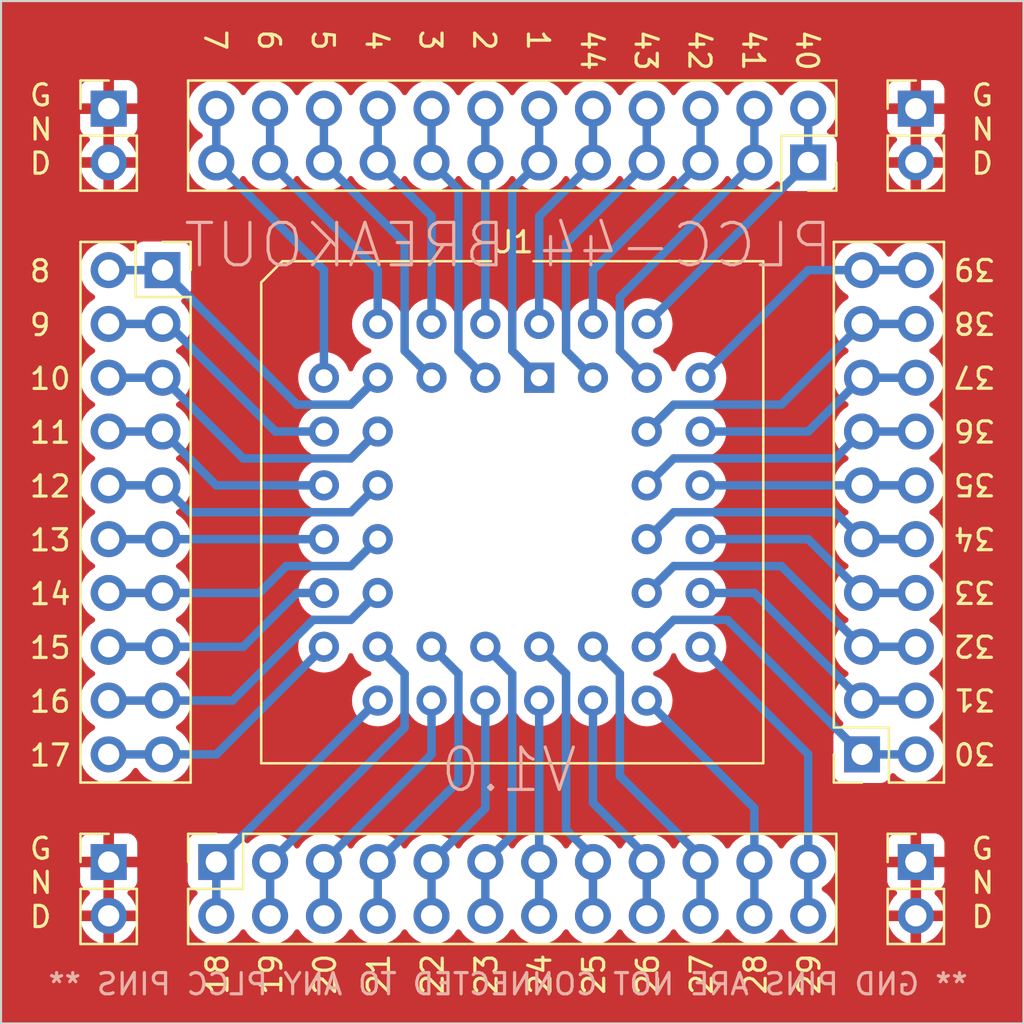
<source format=kicad_pcb>
(kicad_pcb (version 20221018) (generator pcbnew)
  (layers (0 "F.Cu" signal) (31 "B.Cu" signal) (34 "B.Paste" user) (35 "F.Paste" user) (36 "B.SilkS" user "B.Silkscreen") (37 "F.SilkS" user "F.Silkscreen") (38 "B.Mask" user) (39 "F.Mask" user) (44 "Edge.Cuts" user))
  (net 0 "")
  (net 1 "/1")
  (net 2 "/2")
  (net 3 "/3")
  (net 4 "/4")
  (net 5 "/5")
  (net 6 "/6")
  (net 7 "/7")
  (net 8 "/8")
  (net 9 "/9")
  (net 10 "/10")
  (net 11 "/11")
  (net 12 "/12")
  (net 13 "/13")
  (net 14 "/14")
  (net 15 "/15")
  (net 16 "/16")
  (net 17 "/17")
  (net 18 "/18")
  (net 19 "/19")
  (net 20 "/20")
  (net 21 "/21")
  (net 22 "/22")
  (net 23 "/23")
  (net 24 "/24")
  (net 25 "/25")
  (net 26 "/26")
  (net 27 "/27")
  (net 28 "/28")
  (net 29 "/29")
  (net 30 "/30")
  (net 31 "/31")
  (net 32 "/32")
  (net 33 "/33")
  (net 34 "/34")
  (net 35 "/35")
  (net 36 "/36")
  (net 37 "/37")
  (net 38 "/38")
  (net 39 "/39")
  (net 40 "/40")
  (net 41 "/41")
  (net 42 "/42")
  (net 43 "/43")
  (net 44 "/44")
  (net 45 "GND")
  (footprint "Connector_PinHeader_2.54mm:PinHeader_1x02_P2.54mm_Vertical" (layer "F.Cu") (at 116.84 104.14)
    (fp_text reference "J6" hide)
    (fp_text value "Conn_01x02" hide)
    (fp_line (start -1.33 -1.33) (end 0 -1.33) (stroke (width 0.12)) (layer "F.SilkS"))
    (fp_line (start -1.33 0) (end -1.33 -1.33) (stroke (width 0.12)) (layer "F.SilkS"))
    (fp_line (start -1.33 1.27) (end -1.33 3.87) (stroke (width 0.12)) (layer "F.SilkS"))
    (fp_line (start -1.33 1.27) (end 1.33 1.27) (stroke (width 0.12)) (layer "F.SilkS"))
    (fp_line (start -1.33 3.87) (end 1.33 3.87) (stroke (width 0.12)) (layer "F.SilkS"))
    (fp_line (start 1.33 1.27) (end 1.33 3.87) (stroke (width 0.12)) (layer "F.SilkS"))
    (pad "1" thru_hole rect (at 0 0) (size 1.7 1.7) (drill 1) (layers "*.Cu" "*.Mask") (net 45 "GND"))
    (pad "2" thru_hole oval (at 0 2.54) (size 1.7 1.7) (drill 1) (layers "*.Cu" "*.Mask") (net 45 "GND"))
  )
  (footprint "Connector_PinHeader_2.54mm:PinHeader_1x02_P2.54mm_Vertical" (layer "F.Cu") (at 116.84 68.58)
    (fp_text reference "J5" hide)
    (fp_text value "Conn_01x02" hide)
    (fp_line (start -1.33 -1.33) (end 0 -1.33) (stroke (width 0.12)) (layer "F.SilkS"))
    (fp_line (start -1.33 0) (end -1.33 -1.33) (stroke (width 0.12)) (layer "F.SilkS"))
    (fp_line (start -1.33 1.27) (end -1.33 3.87) (stroke (width 0.12)) (layer "F.SilkS"))
    (fp_line (start -1.33 1.27) (end 1.33 1.27) (stroke (width 0.12)) (layer "F.SilkS"))
    (fp_line (start -1.33 3.87) (end 1.33 3.87) (stroke (width 0.12)) (layer "F.SilkS"))
    (fp_line (start 1.33 1.27) (end 1.33 3.87) (stroke (width 0.12)) (layer "F.SilkS"))
    (pad "1" thru_hole rect (at 0 0) (size 1.7 1.7) (drill 1) (layers "*.Cu" "*.Mask") (net 45 "GND"))
    (pad "2" thru_hole oval (at 0 2.54) (size 1.7 1.7) (drill 1) (layers "*.Cu" "*.Mask") (net 45 "GND"))
  )
  (footprint "Connector_PinSocket_2.54mm:PinSocket_2x12_P2.54mm_Vertical" (layer "F.Cu") (at 149.86 71.12 -90)
    (fp_text reference "J1" hide)
    (fp_text value "Conn_02x12_Odd_Even" hide)
    (fp_line (start -3.87 -1.33) (end -3.87 29.27) (stroke (width 0.12)) (layer "F.SilkS"))
    (fp_line (start -3.87 -1.33) (end -1.27 -1.33) (stroke (width 0.12)) (layer "F.SilkS"))
    (fp_line (start -3.87 29.27) (end 1.33 29.27) (stroke (width 0.12)) (layer "F.SilkS"))
    (fp_line (start -1.27 -1.33) (end -1.27 1.27) (stroke (width 0.12)) (layer "F.SilkS"))
    (fp_line (start -1.27 1.27) (end 1.33 1.27) (stroke (width 0.12)) (layer "F.SilkS"))
    (fp_line (start 0 -1.33) (end 1.33 -1.33) (stroke (width 0.12)) (layer "F.SilkS"))
    (fp_line (start 1.33 -1.33) (end 1.33 0) (stroke (width 0.12)) (layer "F.SilkS"))
    (fp_line (start 1.33 1.27) (end 1.33 29.27) (stroke (width 0.12)) (layer "F.SilkS"))
    (pad "1" thru_hole rect (at 0 0 270) (size 1.7 1.7) (drill 1) (layers "*.Cu" "*.Mask") (net 40 "/40"))
    (pad "2" thru_hole oval (at -2.54 0 270) (size 1.7 1.7) (drill 1) (layers "*.Cu" "*.Mask") (net 40 "/40"))
    (pad "3" thru_hole oval (at 0 2.54 270) (size 1.7 1.7) (drill 1) (layers "*.Cu" "*.Mask") (net 41 "/41"))
    (pad "4" thru_hole oval (at -2.54 2.54 270) (size 1.7 1.7) (drill 1) (layers "*.Cu" "*.Mask") (net 41 "/41"))
    (pad "5" thru_hole oval (at 0 5.08 270) (size 1.7 1.7) (drill 1) (layers "*.Cu" "*.Mask") (net 42 "/42"))
    (pad "6" thru_hole oval (at -2.54 5.08 270) (size 1.7 1.7) (drill 1) (layers "*.Cu" "*.Mask") (net 42 "/42"))
    (pad "7" thru_hole oval (at 0 7.62 270) (size 1.7 1.7) (drill 1) (layers "*.Cu" "*.Mask") (net 43 "/43"))
    (pad "8" thru_hole oval (at -2.54 7.62 270) (size 1.7 1.7) (drill 1) (layers "*.Cu" "*.Mask") (net 43 "/43"))
    (pad "9" thru_hole oval (at 0 10.16 270) (size 1.7 1.7) (drill 1) (layers "*.Cu" "*.Mask") (net 44 "/44"))
    (pad "10" thru_hole oval (at -2.54 10.16 270) (size 1.7 1.7) (drill 1) (layers "*.Cu" "*.Mask") (net 44 "/44"))
    (pad "11" thru_hole oval (at 0 12.7 270) (size 1.7 1.7) (drill 1) (layers "*.Cu" "*.Mask") (net 1 "/1"))
    (pad "12" thru_hole oval (at -2.54 12.7 270) (size 1.7 1.7) (drill 1) (layers "*.Cu" "*.Mask") (net 1 "/1"))
    (pad "13" thru_hole oval (at 0 15.24 270) (size 1.7 1.7) (drill 1) (layers "*.Cu" "*.Mask") (net 2 "/2"))
    (pad "14" thru_hole oval (at -2.54 15.24 270) (size 1.7 1.7) (drill 1) (layers "*.Cu" "*.Mask") (net 2 "/2"))
    (pad "15" thru_hole oval (at 0 17.78 270) (size 1.7 1.7) (drill 1) (layers "*.Cu" "*.Mask") (net 3 "/3"))
    (pad "16" thru_hole oval (at -2.54 17.78 270) (size 1.7 1.7) (drill 1) (layers "*.Cu" "*.Mask") (net 3 "/3"))
    (pad "17" thru_hole oval (at 0 20.32 270) (size 1.7 1.7) (drill 1) (layers "*.Cu" "*.Mask") (net 4 "/4"))
    (pad "18" thru_hole oval (at -2.54 20.32 270) (size 1.7 1.7) (drill 1) (layers "*.Cu" "*.Mask") (net 4 "/4"))
    (pad "19" thru_hole oval (at 0 22.86 270) (size 1.7 1.7) (drill 1) (layers "*.Cu" "*.Mask") (net 5 "/5"))
    (pad "20" thru_hole oval (at -2.54 22.86 270) (size 1.7 1.7) (drill 1) (layers "*.Cu" "*.Mask") (net 5 "/5"))
    (pad "21" thru_hole oval (at 0 25.4 270) (size 1.7 1.7) (drill 1) (layers "*.Cu" "*.Mask") (net 6 "/6"))
    (pad "22" thru_hole oval (at -2.54 25.4 270) (size 1.7 1.7) (drill 1) (layers "*.Cu" "*.Mask") (net 6 "/6"))
    (pad "23" thru_hole oval (at 0 27.94 270) (size 1.7 1.7) (drill 1) (layers "*.Cu" "*.Mask") (net 7 "/7"))
    (pad "24" thru_hole oval (at -2.54 27.94 270) (size 1.7 1.7) (drill 1) (layers "*.Cu" "*.Mask") (net 7 "/7"))
  )
  (footprint "Connector_PinSocket_2.54mm:PinSocket_2x12_P2.54mm_Vertical" (layer "F.Cu") (at 121.92 104.14 90)
    (fp_text reference "J3" hide)
    (fp_text value "Conn_02x12_Odd_Even" hide)
    (fp_line (start -3.87 -1.33) (end -3.87 29.27) (stroke (width 0.12)) (layer "F.SilkS"))
    (fp_line (start -3.87 -1.33) (end -1.27 -1.33) (stroke (width 0.12)) (layer "F.SilkS"))
    (fp_line (start -3.87 29.27) (end 1.33 29.27) (stroke (width 0.12)) (layer "F.SilkS"))
    (fp_line (start -1.27 -1.33) (end -1.27 1.27) (stroke (width 0.12)) (layer "F.SilkS"))
    (fp_line (start -1.27 1.27) (end 1.33 1.27) (stroke (width 0.12)) (layer "F.SilkS"))
    (fp_line (start 0 -1.33) (end 1.33 -1.33) (stroke (width 0.12)) (layer "F.SilkS"))
    (fp_line (start 1.33 -1.33) (end 1.33 0) (stroke (width 0.12)) (layer "F.SilkS"))
    (fp_line (start 1.33 1.27) (end 1.33 29.27) (stroke (width 0.12)) (layer "F.SilkS"))
    (pad "1" thru_hole rect (at 0 0 90) (size 1.7 1.7) (drill 1) (layers "*.Cu" "*.Mask") (net 18 "/18"))
    (pad "2" thru_hole oval (at -2.54 0 90) (size 1.7 1.7) (drill 1) (layers "*.Cu" "*.Mask") (net 18 "/18"))
    (pad "3" thru_hole oval (at 0 2.54 90) (size 1.7 1.7) (drill 1) (layers "*.Cu" "*.Mask") (net 19 "/19"))
    (pad "4" thru_hole oval (at -2.54 2.54 90) (size 1.7 1.7) (drill 1) (layers "*.Cu" "*.Mask") (net 19 "/19"))
    (pad "5" thru_hole oval (at 0 5.08 90) (size 1.7 1.7) (drill 1) (layers "*.Cu" "*.Mask") (net 20 "/20"))
    (pad "6" thru_hole oval (at -2.54 5.08 90) (size 1.7 1.7) (drill 1) (layers "*.Cu" "*.Mask") (net 20 "/20"))
    (pad "7" thru_hole oval (at 0 7.62 90) (size 1.7 1.7) (drill 1) (layers "*.Cu" "*.Mask") (net 21 "/21"))
    (pad "8" thru_hole oval (at -2.54 7.62 90) (size 1.7 1.7) (drill 1) (layers "*.Cu" "*.Mask") (net 21 "/21"))
    (pad "9" thru_hole oval (at 0 10.16 90) (size 1.7 1.7) (drill 1) (layers "*.Cu" "*.Mask") (net 22 "/22"))
    (pad "10" thru_hole oval (at -2.54 10.16 90) (size 1.7 1.7) (drill 1) (layers "*.Cu" "*.Mask") (net 22 "/22"))
    (pad "11" thru_hole oval (at 0 12.7 90) (size 1.7 1.7) (drill 1) (layers "*.Cu" "*.Mask") (net 23 "/23"))
    (pad "12" thru_hole oval (at -2.54 12.7 90) (size 1.7 1.7) (drill 1) (layers "*.Cu" "*.Mask") (net 23 "/23"))
    (pad "13" thru_hole oval (at 0 15.24 90) (size 1.7 1.7) (drill 1) (layers "*.Cu" "*.Mask") (net 24 "/24"))
    (pad "14" thru_hole oval (at -2.54 15.24 90) (size 1.7 1.7) (drill 1) (layers "*.Cu" "*.Mask") (net 24 "/24"))
    (pad "15" thru_hole oval (at 0 17.78 90) (size 1.7 1.7) (drill 1) (layers "*.Cu" "*.Mask") (net 25 "/25"))
    (pad "16" thru_hole oval (at -2.54 17.78 90) (size 1.7 1.7) (drill 1) (layers "*.Cu" "*.Mask") (net 25 "/25"))
    (pad "17" thru_hole oval (at 0 20.32 90) (size 1.7 1.7) (drill 1) (layers "*.Cu" "*.Mask") (net 26 "/26"))
    (pad "18" thru_hole oval (at -2.54 20.32 90) (size 1.7 1.7) (drill 1) (layers "*.Cu" "*.Mask") (net 26 "/26"))
    (pad "19" thru_hole oval (at 0 22.86 90) (size 1.7 1.7) (drill 1) (layers "*.Cu" "*.Mask") (net 27 "/27"))
    (pad "20" thru_hole oval (at -2.54 22.86 90) (size 1.7 1.7) (drill 1) (layers "*.Cu" "*.Mask") (net 27 "/27"))
    (pad "21" thru_hole oval (at 0 25.4 90) (size 1.7 1.7) (drill 1) (layers "*.Cu" "*.Mask") (net 28 "/28"))
    (pad "22" thru_hole oval (at -2.54 25.4 90) (size 1.7 1.7) (drill 1) (layers "*.Cu" "*.Mask") (net 28 "/28"))
    (pad "23" thru_hole oval (at 0 27.94 90) (size 1.7 1.7) (drill 1) (layers "*.Cu" "*.Mask") (net 29 "/29"))
    (pad "24" thru_hole oval (at -2.54 27.94 90) (size 1.7 1.7) (drill 1) (layers "*.Cu" "*.Mask") (net 29 "/29"))
  )
  (footprint "Connector_PinHeader_2.54mm:PinHeader_1x02_P2.54mm_Vertical" (layer "F.Cu") (at 154.94 104.14)
    (fp_text reference "J7" hide)
    (fp_text value "Conn_01x02" hide)
    (fp_line (start -1.33 -1.33) (end 0 -1.33) (stroke (width 0.12)) (layer "F.SilkS"))
    (fp_line (start -1.33 0) (end -1.33 -1.33) (stroke (width 0.12)) (layer "F.SilkS"))
    (fp_line (start -1.33 1.27) (end -1.33 3.87) (stroke (width 0.12)) (layer "F.SilkS"))
    (fp_line (start -1.33 1.27) (end 1.33 1.27) (stroke (width 0.12)) (layer "F.SilkS"))
    (fp_line (start -1.33 3.87) (end 1.33 3.87) (stroke (width 0.12)) (layer "F.SilkS"))
    (fp_line (start 1.33 1.27) (end 1.33 3.87) (stroke (width 0.12)) (layer "F.SilkS"))
    (pad "1" thru_hole rect (at 0 0) (size 1.7 1.7) (drill 1) (layers "*.Cu" "*.Mask") (net 45 "GND"))
    (pad "2" thru_hole oval (at 0 2.54) (size 1.7 1.7) (drill 1) (layers "*.Cu" "*.Mask") (net 45 "GND"))
  )
  (footprint "Package_LCC:PLCC-44_THT-Socket" (layer "F.Cu") (at 137.16 81.28)
    (fp_text reference "U1" (at -1.27 -6.4) (layer "F.SilkS"))
    (fp_text value "Generic_44_Pins")
    (fp_line (start -13.12 -4.5) (end -13.12 18.2) (stroke (width 0.12)) (layer "F.SilkS"))
    (fp_line (start -13.12 18.2) (end 10.58 18.2) (stroke (width 0.12)) (layer "F.SilkS"))
    (fp_line (start -12.12 -5.5) (end -13.12 -4.5) (stroke (width 0.12)) (layer "F.SilkS"))
    (fp_line (start -2.27 -5.5) (end -12.12 -5.5) (stroke (width 0.12)) (layer "F.SilkS"))
    (fp_line (start 10.58 -5.5) (end -0.27 -5.5) (stroke (width 0.12)) (layer "F.SilkS"))
    (fp_line (start 10.58 18.2) (end 10.58 -5.5) (stroke (width 0.12)) (layer "F.SilkS"))
    (pad "1" thru_hole rect (at 0 0) (size 1.4224 1.4224) (drill 0.8) (layers "*.Cu" "*.Mask") (net 1 "/1"))
    (pad "2" thru_hole circle (at -2.54 -2.54) (size 1.4224 1.4224) (drill 0.8) (layers "*.Cu" "*.Mask") (net 2 "/2"))
    (pad "3" thru_hole circle (at -2.54 0) (size 1.4224 1.4224) (drill 0.8) (layers "*.Cu" "*.Mask") (net 3 "/3"))
    (pad "4" thru_hole circle (at -5.08 -2.54) (size 1.4224 1.4224) (drill 0.8) (layers "*.Cu" "*.Mask") (net 4 "/4"))
    (pad "5" thru_hole circle (at -5.08 0) (size 1.4224 1.4224) (drill 0.8) (layers "*.Cu" "*.Mask") (net 5 "/5"))
    (pad "6" thru_hole circle (at -7.62 -2.54) (size 1.4224 1.4224) (drill 0.8) (layers "*.Cu" "*.Mask") (net 6 "/6"))
    (pad "7" thru_hole circle (at -10.16 0) (size 1.4224 1.4224) (drill 0.8) (layers "*.Cu" "*.Mask") (net 7 "/7"))
    (pad "8" thru_hole circle (at -7.62 0) (size 1.4224 1.4224) (drill 0.8) (layers "*.Cu" "*.Mask") (net 8 "/8"))
    (pad "9" thru_hole circle (at -10.16 2.54) (size 1.4224 1.4224) (drill 0.8) (layers "*.Cu" "*.Mask") (net 9 "/9"))
    (pad "10" thru_hole circle (at -7.62 2.54) (size 1.4224 1.4224) (drill 0.8) (layers "*.Cu" "*.Mask") (net 10 "/10"))
    (pad "11" thru_hole circle (at -10.16 5.08) (size 1.4224 1.4224) (drill 0.8) (layers "*.Cu" "*.Mask") (net 11 "/11"))
    (pad "12" thru_hole circle (at -7.62 5.08) (size 1.4224 1.4224) (drill 0.8) (layers "*.Cu" "*.Mask") (net 12 "/12"))
    (pad "13" thru_hole circle (at -10.16 7.62) (size 1.4224 1.4224) (drill 0.8) (layers "*.Cu" "*.Mask") (net 13 "/13"))
    (pad "14" thru_hole circle (at -7.62 7.62) (size 1.4224 1.4224) (drill 0.8) (layers "*.Cu" "*.Mask") (net 14 "/14"))
    (pad "15" thru_hole circle (at -10.16 10.16) (size 1.4224 1.4224) (drill 0.8) (layers "*.Cu" "*.Mask") (net 15 "/15"))
    (pad "16" thru_hole circle (at -7.62 10.16) (size 1.4224 1.4224) (drill 0.8) (layers "*.Cu" "*.Mask") (net 16 "/16"))
    (pad "17" thru_hole circle (at -10.16 12.7) (size 1.4224 1.4224) (drill 0.8) (layers "*.Cu" "*.Mask") (net 17 "/17"))
    (pad "18" thru_hole circle (at -7.62 15.24) (size 1.4224 1.4224) (drill 0.8) (layers "*.Cu" "*.Mask") (net 18 "/18"))
    (pad "19" thru_hole circle (at -7.62 12.7) (size 1.4224 1.4224) (drill 0.8) (layers "*.Cu" "*.Mask") (net 19 "/19"))
    (pad "20" thru_hole circle (at -5.08 15.24) (size 1.4224 1.4224) (drill 0.8) (layers "*.Cu" "*.Mask") (net 20 "/20"))
    (pad "21" thru_hole circle (at -5.08 12.7) (size 1.4224 1.4224) (drill 0.8) (layers "*.Cu" "*.Mask") (net 21 "/21"))
    (pad "22" thru_hole circle (at -2.54 15.24) (size 1.4224 1.4224) (drill 0.8) (layers "*.Cu" "*.Mask") (net 22 "/22"))
    (pad "23" thru_hole circle (at -2.54 12.7) (size 1.4224 1.4224) (drill 0.8) (layers "*.Cu" "*.Mask") (net 23 "/23"))
    (pad "24" thru_hole circle (at 0 15.24) (size 1.4224 1.4224) (drill 0.8) (layers "*.Cu" "*.Mask") (net 24 "/24"))
    (pad "25" thru_hole circle (at 0 12.7) (size 1.4224 1.4224) (drill 0.8) (layers "*.Cu" "*.Mask") (net 25 "/25"))
    (pad "26" thru_hole circle (at 2.54 15.24) (size 1.4224 1.4224) (drill 0.8) (layers "*.Cu" "*.Mask") (net 26 "/26"))
    (pad "27" thru_hole circle (at 2.54 12.7) (size 1.4224 1.4224) (drill 0.8) (layers "*.Cu" "*.Mask") (net 27 "/27"))
    (pad "28" thru_hole circle (at 5.08 15.24) (size 1.4224 1.4224) (drill 0.8) (layers "*.Cu" "*.Mask") (net 28 "/28"))
    (pad "29" thru_hole circle (at 7.62 12.7) (size 1.4224 1.4224) (drill 0.8) (layers "*.Cu" "*.Mask") (net 29 "/29"))
    (pad "30" thru_hole circle (at 5.08 12.7) (size 1.4224 1.4224) (drill 0.8) (layers "*.Cu" "*.Mask") (net 30 "/30"))
    (pad "31" thru_hole circle (at 7.62 10.16) (size 1.4224 1.4224) (drill 0.8) (layers "*.Cu" "*.Mask") (net 31 "/31"))
    (pad "32" thru_hole circle (at 5.08 10.16) (size 1.4224 1.4224) (drill 0.8) (layers "*.Cu" "*.Mask") (net 32 "/32"))
    (pad "33" thru_hole circle (at 7.62 7.62) (size 1.4224 1.4224) (drill 0.8) (layers "*.Cu" "*.Mask") (net 33 "/33"))
    (pad "34" thru_hole circle (at 5.08 7.62) (size 1.4224 1.4224) (drill 0.8) (layers "*.Cu" "*.Mask") (net 34 "/34"))
    (pad "35" thru_hole circle (at 7.62 5.08) (size 1.4224 1.4224) (drill 0.8) (layers "*.Cu" "*.Mask") (net 35 "/35"))
    (pad "36" thru_hole circle (at 5.08 5.08) (size 1.4224 1.4224) (drill 0.8) (layers "*.Cu" "*.Mask") (net 36 "/36"))
    (pad "37" thru_hole circle (at 7.62 2.54) (size 1.4224 1.4224) (drill 0.8) (layers "*.Cu" "*.Mask") (net 37 "/37"))
    (pad "38" thru_hole circle (at 5.08 2.54) (size 1.4224 1.4224) (drill 0.8) (layers "*.Cu" "*.Mask") (net 38 "/38"))
    (pad "39" thru_hole circle (at 7.62 0) (size 1.4224 1.4224) (drill 0.8) (layers "*.Cu" "*.Mask") (net 39 "/39"))
    (pad "40" thru_hole circle (at 5.08 -2.54) (size 1.4224 1.4224) (drill 0.8) (layers "*.Cu" "*.Mask") (net 40 "/40"))
    (pad "41" thru_hole circle (at 5.08 0) (size 1.4224 1.4224) (drill 0.8) (layers "*.Cu" "*.Mask") (net 41 "/41"))
    (pad "42" thru_hole circle (at 2.54 -2.54) (size 1.4224 1.4224) (drill 0.8) (layers "*.Cu" "*.Mask") (net 42 "/42"))
    (pad "43" thru_hole circle (at 2.54 0) (size 1.4224 1.4224) (drill 0.8) (layers "*.Cu" "*.Mask") (net 43 "/43"))
    (pad "44" thru_hole circle (at 0 -2.54) (size 1.4224 1.4224) (drill 0.8) (layers "*.Cu" "*.Mask") (net 44 "/44"))
  )
  (footprint "Connector_PinHeader_2.54mm:PinHeader_1x02_P2.54mm_Vertical" (layer "F.Cu") (at 154.94 68.58)
    (fp_text reference "J8" hide)
    (fp_text value "Conn_01x02" hide)
    (fp_line (start -1.33 -1.33) (end 0 -1.33) (stroke (width 0.12)) (layer "F.SilkS"))
    (fp_line (start -1.33 0) (end -1.33 -1.33) (stroke (width 0.12)) (layer "F.SilkS"))
    (fp_line (start -1.33 1.27) (end -1.33 3.87) (stroke (width 0.12)) (layer "F.SilkS"))
    (fp_line (start -1.33 1.27) (end 1.33 1.27) (stroke (width 0.12)) (layer "F.SilkS"))
    (fp_line (start -1.33 3.87) (end 1.33 3.87) (stroke (width 0.12)) (layer "F.SilkS"))
    (fp_line (start 1.33 1.27) (end 1.33 3.87) (stroke (width 0.12)) (layer "F.SilkS"))
    (pad "1" thru_hole rect (at 0 0) (size 1.7 1.7) (drill 1) (layers "*.Cu" "*.Mask") (net 45 "GND"))
    (pad "2" thru_hole oval (at 0 2.54) (size 1.7 1.7) (drill 1) (layers "*.Cu" "*.Mask") (net 45 "GND"))
  )
  (footprint "Connector_PinSocket_2.54mm:PinSocket_2x10_P2.54mm_Vertical" (layer "F.Cu") (at 152.4 99.06 180)
    (fp_text reference "J4" hide)
    (fp_text value "Conn_02x10_Odd_Even" hide)
    (fp_line (start -3.87 -1.33) (end -3.87 24.19) (stroke (width 0.12)) (layer "F.SilkS"))
    (fp_line (start -3.87 -1.33) (end -1.27 -1.33) (stroke (width 0.12)) (layer "F.SilkS"))
    (fp_line (start -3.87 24.19) (end 1.33 24.19) (stroke (width 0.12)) (layer "F.SilkS"))
    (fp_line (start -1.27 -1.33) (end -1.27 1.27) (stroke (width 0.12)) (layer "F.SilkS"))
    (fp_line (start -1.27 1.27) (end 1.33 1.27) (stroke (width 0.12)) (layer "F.SilkS"))
    (fp_line (start 0 -1.33) (end 1.33 -1.33) (stroke (width 0.12)) (layer "F.SilkS"))
    (fp_line (start 1.33 -1.33) (end 1.33 0) (stroke (width 0.12)) (layer "F.SilkS"))
    (fp_line (start 1.33 1.27) (end 1.33 24.19) (stroke (width 0.12)) (layer "F.SilkS"))
    (pad "1" thru_hole rect (at 0 0 180) (size 1.7 1.7) (drill 1) (layers "*.Cu" "*.Mask") (net 30 "/30"))
    (pad "2" thru_hole oval (at -2.54 0 180) (size 1.7 1.7) (drill 1) (layers "*.Cu" "*.Mask") (net 30 "/30"))
    (pad "3" thru_hole oval (at 0 2.54 180) (size 1.7 1.7) (drill 1) (layers "*.Cu" "*.Mask") (net 31 "/31"))
    (pad "4" thru_hole oval (at -2.54 2.54 180) (size 1.7 1.7) (drill 1) (layers "*.Cu" "*.Mask") (net 31 "/31"))
    (pad "5" thru_hole oval (at 0 5.08 180) (size 1.7 1.7) (drill 1) (layers "*.Cu" "*.Mask") (net 32 "/32"))
    (pad "6" thru_hole oval (at -2.54 5.08 180) (size 1.7 1.7) (drill 1) (layers "*.Cu" "*.Mask") (net 32 "/32"))
    (pad "7" thru_hole oval (at 0 7.62 180) (size 1.7 1.7) (drill 1) (layers "*.Cu" "*.Mask") (net 33 "/33"))
    (pad "8" thru_hole oval (at -2.54 7.62 180) (size 1.7 1.7) (drill 1) (layers "*.Cu" "*.Mask") (net 33 "/33"))
    (pad "9" thru_hole oval (at 0 10.16 180) (size 1.7 1.7) (drill 1) (layers "*.Cu" "*.Mask") (net 34 "/34"))
    (pad "10" thru_hole oval (at -2.54 10.16 180) (size 1.7 1.7) (drill 1) (layers "*.Cu" "*.Mask") (net 34 "/34"))
    (pad "11" thru_hole oval (at 0 12.7 180) (size 1.7 1.7) (drill 1) (layers "*.Cu" "*.Mask") (net 35 "/35"))
    (pad "12" thru_hole oval (at -2.54 12.7 180) (size 1.7 1.7) (drill 1) (layers "*.Cu" "*.Mask") (net 35 "/35"))
    (pad "13" thru_hole oval (at 0 15.24 180) (size 1.7 1.7) (drill 1) (layers "*.Cu" "*.Mask") (net 36 "/36"))
    (pad "14" thru_hole oval (at -2.54 15.24 180) (size 1.7 1.7) (drill 1) (layers "*.Cu" "*.Mask") (net 36 "/36"))
    (pad "15" thru_hole oval (at 0 17.78 180) (size 1.7 1.7) (drill 1) (layers "*.Cu" "*.Mask") (net 37 "/37"))
    (pad "16" thru_hole oval (at -2.54 17.78 180) (size 1.7 1.7) (drill 1) (layers "*.Cu" "*.Mask") (net 37 "/37"))
    (pad "17" thru_hole oval (at 0 20.32 180) (size 1.7 1.7) (drill 1) (layers "*.Cu" "*.Mask") (net 38 "/38"))
    (pad "18" thru_hole oval (at -2.54 20.32 180) (size 1.7 1.7) (drill 1) (layers "*.Cu" "*.Mask") (net 38 "/38"))
    (pad "19" thru_hole oval (at 0 22.86 180) (size 1.7 1.7) (drill 1) (layers "*.Cu" "*.Mask") (net 39 "/39"))
    (pad "20" thru_hole oval (at -2.54 22.86 180) (size 1.7 1.7) (drill 1) (layers "*.Cu" "*.Mask") (net 39 "/39"))
  )
  (footprint "Connector_PinSocket_2.54mm:PinSocket_2x10_P2.54mm_Vertical" (layer "F.Cu") (at 119.38 76.2)
    (fp_text reference "J2" hide)
    (fp_text value "Conn_02x10_Odd_Even" hide)
    (fp_line (start -3.87 -1.33) (end -3.87 24.19) (stroke (width 0.12)) (layer "F.SilkS"))
    (fp_line (start -3.87 -1.33) (end -1.27 -1.33) (stroke (width 0.12)) (layer "F.SilkS"))
    (fp_line (start -3.87 24.19) (end 1.33 24.19) (stroke (width 0.12)) (layer "F.SilkS"))
    (fp_line (start -1.27 -1.33) (end -1.27 1.27) (stroke (width 0.12)) (layer "F.SilkS"))
    (fp_line (start -1.27 1.27) (end 1.33 1.27) (stroke (width 0.12)) (layer "F.SilkS"))
    (fp_line (start 0 -1.33) (end 1.33 -1.33) (stroke (width 0.12)) (layer "F.SilkS"))
    (fp_line (start 1.33 -1.33) (end 1.33 0) (stroke (width 0.12)) (layer "F.SilkS"))
    (fp_line (start 1.33 1.27) (end 1.33 24.19) (stroke (width 0.12)) (layer "F.SilkS"))
    (pad "1" thru_hole rect (at 0 0) (size 1.7 1.7) (drill 1) (layers "*.Cu" "*.Mask") (net 8 "/8"))
    (pad "2" thru_hole oval (at -2.54 0) (size 1.7 1.7) (drill 1) (layers "*.Cu" "*.Mask") (net 8 "/8"))
    (pad "3" thru_hole oval (at 0 2.54) (size 1.7 1.7) (drill 1) (layers "*.Cu" "*.Mask") (net 9 "/9"))
    (pad "4" thru_hole oval (at -2.54 2.54) (size 1.7 1.7) (drill 1) (layers "*.Cu" "*.Mask") (net 9 "/9"))
    (pad "5" thru_hole oval (at 0 5.08) (size 1.7 1.7) (drill 1) (layers "*.Cu" "*.Mask") (net 10 "/10"))
    (pad "6" thru_hole oval (at -2.54 5.08) (size 1.7 1.7) (drill 1) (layers "*.Cu" "*.Mask") (net 10 "/10"))
    (pad "7" thru_hole oval (at 0 7.62) (size 1.7 1.7) (drill 1) (layers "*.Cu" "*.Mask") (net 11 "/11"))
    (pad "8" thru_hole oval (at -2.54 7.62) (size 1.7 1.7) (drill 1) (layers "*.Cu" "*.Mask") (net 11 "/11"))
    (pad "9" thru_hole oval (at 0 10.16) (size 1.7 1.7) (drill 1) (layers "*.Cu" "*.Mask") (net 12 "/12"))
    (pad "10" thru_hole oval (at -2.54 10.16) (size 1.7 1.7) (drill 1) (layers "*.Cu" "*.Mask") (net 12 "/12"))
    (pad "11" thru_hole oval (at 0 12.7) (size 1.7 1.7) (drill 1) (layers "*.Cu" "*.Mask") (net 13 "/13"))
    (pad "12" thru_hole oval (at -2.54 12.7) (size 1.7 1.7) (drill 1) (layers "*.Cu" "*.Mask") (net 13 "/13"))
    (pad "13" thru_hole oval (at 0 15.24) (size 1.7 1.7) (drill 1) (layers "*.Cu" "*.Mask") (net 14 "/14"))
    (pad "14" thru_hole oval (at -2.54 15.24) (size 1.7 1.7) (drill 1) (layers "*.Cu" "*.Mask") (net 14 "/14"))
    (pad "15" thru_hole oval (at 0 17.78) (size 1.7 1.7) (drill 1) (layers "*.Cu" "*.Mask") (net 15 "/15"))
    (pad "16" thru_hole oval (at -2.54 17.78) (size 1.7 1.7) (drill 1) (layers "*.Cu" "*.Mask") (net 15 "/15"))
    (pad "17" thru_hole oval (at 0 20.32) (size 1.7 1.7) (drill 1) (layers "*.Cu" "*.Mask") (net 16 "/16"))
    (pad "18" thru_hole oval (at -2.54 20.32) (size 1.7 1.7) (drill 1) (layers "*.Cu" "*.Mask") (net 16 "/16"))
    (pad "19" thru_hole oval (at 0 22.86) (size 1.7 1.7) (drill 1) (layers "*.Cu" "*.Mask") (net 17 "/17"))
    (pad "20" thru_hole oval (at -2.54 22.86) (size 1.7 1.7) (drill 1) (layers "*.Cu" "*.Mask") (net 17 "/17"))
  )
  (gr_rect (start 111.76 63.5) (end 160.02 111.76) (stroke (width 0.1)) (fill none) (layer "Edge.Cuts"))
  (gr_text "** GND PINS ARE NOT CONNECTED TO ANY PLCC PINS **" (at 157.48 110.49) (layer "B.SilkS") (effects (font (size 1 1)) (justify left bottom mirror)))
  (gr_text "V1.0" (at 139.065 100.965) (layer "B.SilkS") (effects (font (size 2 2)) (justify left bottom mirror)))
  (gr_text "PLCC-44 BREAKOUT" (at 151.13 76.2) (layer "B.SilkS") (effects (font (size 2 2)) (justify left bottom mirror)))
  (gr_text "21" (at 130.175 110.49 90) (layer "F.SilkS") (effects (font (size 1 1)) (justify left bottom)))
  (gr_text "34" (at 158.75 88.265 180) (layer "F.SilkS") (effects (font (size 1 1)) (justify left bottom)))
  (gr_text "23" (at 135.255 110.49 90) (layer "F.SilkS") (effects (font (size 1 1)) (justify left bottom)))
  (gr_text "41" (at 146.685 64.77 -90) (layer "F.SilkS") (effects (font (size 1 1)) (justify left bottom)))
  (gr_text "2" (at 133.985 64.77 -90) (layer "F.SilkS") (effects (font (size 1 1)) (justify left bottom)))
  (gr_text "5" (at 126.365 64.77 -90) (layer "F.SilkS") (effects (font (size 1 1)) (justify left bottom)))
  (gr_text "G\nN\nD" (at 113.03 71.755) (layer "F.SilkS") (effects (font (size 1 1)) (justify left bottom)))
  (gr_text "28" (at 147.955 110.49 90) (layer "F.SilkS") (effects (font (size 1 1)) (justify left bottom)))
  (gr_text "30" (at 158.75 98.425 180) (layer "F.SilkS") (effects (font (size 1 1)) (justify left bottom)))
  (gr_text "37" (at 158.75 80.645 180) (layer "F.SilkS") (effects (font (size 1 1)) (justify left bottom)))
  (gr_text "10" (at 113.03 81.915) (layer "F.SilkS") (effects (font (size 1 1)) (justify left bottom)))
  (gr_text "8" (at 113.03 76.835) (layer "F.SilkS") (effects (font (size 1 1)) (justify left bottom)))
  (gr_text "13" (at 113.03 89.535) (layer "F.SilkS") (effects (font (size 1 1)) (justify left bottom)))
  (gr_text "36" (at 158.75 83.185 180) (layer "F.SilkS") (effects (font (size 1 1)) (justify left bottom)))
  (gr_text "38" (at 158.75 78.105 180) (layer "F.SilkS") (effects (font (size 1 1)) (justify left bottom)))
  (gr_text "G\nN\nD" (at 157.48 71.755) (layer "F.SilkS") (effects (font (size 1 1)) (justify left bottom)))
  (gr_text "31" (at 158.75 95.885 180) (layer "F.SilkS") (effects (font (size 1 1)) (justify left bottom)))
  (gr_text "40" (at 149.225 64.77 -90) (layer "F.SilkS") (effects (font (size 1 1)) (justify left bottom)))
  (gr_text "29" (at 150.495 110.49 90) (layer "F.SilkS") (effects (font (size 1 1)) (justify left bottom)))
  (gr_text "25" (at 140.335 110.49 90) (layer "F.SilkS") (effects (font (size 1 1)) (justify left bottom)))
  (gr_text "42" (at 144.145 64.77 -90) (layer "F.SilkS") (effects (font (size 1 1)) (justify left bottom)))
  (gr_text "14" (at 113.03 92.075) (layer "F.SilkS") (effects (font (size 1 1)) (justify left bottom)))
  (gr_text "39" (at 158.75 75.565 180) (layer "F.SilkS") (effects (font (size 1 1)) (justify left bottom)))
  (gr_text "18" (at 122.555 110.49 90) (layer "F.SilkS") (effects (font (size 1 1)) (justify left bottom)))
  (gr_text "43" (at 141.605 64.77 -90) (layer "F.SilkS") (effects (font (size 1 1)) (justify left bottom)))
  (gr_text "44" (at 139.065 64.77 -90) (layer "F.SilkS") (effects (font (size 1 1)) (justify left bottom)))
  (gr_text "G\nN\nD" (at 113.03 107.315) (layer "F.SilkS") (effects (font (size 1 1)) (justify left bottom)))
  (gr_text "15" (at 113.03 94.615) (layer "F.SilkS") (effects (font (size 1 1)) (justify left bottom)))
  (gr_text "1" (at 136.525 64.77 -90) (layer "F.SilkS") (effects (font (size 1 1)) (justify left bottom)))
  (gr_text "33" (at 158.75 90.805 180) (layer "F.SilkS") (effects (font (size 1 1)) (justify left bottom)))
  (gr_text "35" (at 158.75 85.725 180) (layer "F.SilkS") (effects (font (size 1 1)) (justify left bottom)))
  (gr_text "G\nN\nD" (at 157.48 107.315) (layer "F.SilkS") (effects (font (size 1 1)) (justify left bottom)))
  (gr_text "27" (at 145.415 110.49 90) (layer "F.SilkS") (effects (font (size 1 1)) (justify left bottom)))
  (gr_text "3" (at 131.445 64.77 -90) (layer "F.SilkS") (effects (font (size 1 1)) (justify left bottom)))
  (gr_text "4" (at 128.905 64.77 -90) (layer "F.SilkS") (effects (font (size 1 1)) (justify left bottom)))
  (gr_text "26" (at 142.875 110.49 90) (layer "F.SilkS") (effects (font (size 1 1)) (justify left bottom)))
  (gr_text "12" (at 113.03 86.995) (layer "F.SilkS") (effects (font (size 1 1)) (justify left bottom)))
  (gr_text "20" (at 127.635 110.49 90) (layer "F.SilkS") (effects (font (size 1 1)) (justify left bottom)))
  (gr_text "17" (at 113.03 99.695) (layer "F.SilkS") (effects (font (size 1 1)) (justify left bottom)))
  (gr_text "6" (at 123.825 64.77 -90) (layer "F.SilkS") (effects (font (size 1 1)) (justify left bottom)))
  (gr_text "32" (at 158.75 93.345 180) (layer "F.SilkS") (effects (font (size 1 1)) (justify left bottom)))
  (gr_text "19" (at 125.095 110.49 90) (layer "F.SilkS") (effects (font (size 1 1)) (justify left bottom)))
  (gr_text "7" (at 121.285 64.77 -90) (layer "F.SilkS") (effects (font (size 1 1)) (justify left bottom)))
  (gr_text "22" (at 132.715 110.49 90) (layer "F.SilkS") (effects (font (size 1 1)) (justify left bottom)))
  (gr_text "16" (at 113.03 97.155) (layer "F.SilkS") (effects (font (size 1 1)) (justify left bottom)))
  (gr_text "9" (at 113.03 79.375) (layer "F.SilkS") (effects (font (size 1 1)) (justify left bottom)))
  (gr_text "11" (at 113.03 84.455) (layer "F.SilkS") (effects (font (size 1 1)) (justify left bottom)))
  (gr_text "24" (at 137.795 110.49 90) (layer "F.SilkS") (effects (font (size 1 1)) (justify left bottom)))
  (segment (start 135.89 72.39) (end 137.16 71.12) (width 0.4) (layer "B.Cu") (net 1))
  (segment (start 137.16 68.58) (end 137.16 71.12) (width 0.4) (layer "B.Cu") (net 1))
  (segment (start 137.16 81.28) (end 135.89 80.01) (width 0.4) (layer "B.Cu") (net 1))
  (segment (start 135.89 80.01) (end 135.89 72.39) (width 0.4) (layer "B.Cu") (net 1))
  (segment (start 134.62 78.74) (end 134.62 71.12) (width 0.4) (layer "B.Cu") (net 2))
  (segment (start 134.62 68.58) (end 134.62 71.12) (width 0.4) (layer "B.Cu") (net 2))
  (segment (start 134.62 81.28) (end 133.35 80.01) (width 0.4) (layer "B.Cu") (net 3))
  (segment (start 133.35 80.01) (end 133.35 72.39) (width 0.4) (layer "B.Cu") (net 3))
  (segment (start 133.35 72.39) (end 132.08 71.12) (width 0.4) (layer "B.Cu") (net 3))
  (segment (start 132.08 68.58) (end 132.08 71.12) (width 0.4) (layer "B.Cu") (net 3))
  (segment (start 132.08 78.74) (end 132.08 73.66) (width 0.4) (layer "B.Cu") (net 4))
  (segment (start 132.08 73.66) (end 129.54 71.12) (width 0.4) (layer "B.Cu") (net 4))
  (segment (start 129.54 68.58) (end 129.54 71.12) (width 0.4) (layer "B.Cu") (net 4))
  (segment (start 127 68.58) (end 127 71.12) (width 0.4) (layer "B.Cu") (net 5))
  (segment (start 132.08 81.28) (end 130.81 80.01) (width 0.4) (layer "B.Cu") (net 5))
  (segment (start 130.81 80.01) (end 130.81 74.93) (width 0.4) (layer "B.Cu") (net 5))
  (segment (start 130.81 74.93) (end 127 71.12) (width 0.4) (layer "B.Cu") (net 5))
  (segment (start 129.54 76.2) (end 124.46 71.12) (width 0.4) (layer "B.Cu") (net 6))
  (segment (start 129.54 78.74) (end 129.54 76.2) (width 0.4) (layer "B.Cu") (net 6))
  (segment (start 124.46 68.58) (end 124.46 71.12) (width 0.4) (layer "B.Cu") (net 6))
  (segment (start 121.92 68.58) (end 121.92 71.12) (width 0.4) (layer "B.Cu") (net 7))
  (segment (start 127 76.2) (end 121.92 71.12) (width 0.4) (layer "B.Cu") (net 7))
  (segment (start 127 81.28) (end 127 76.2) (width 0.4) (layer "B.Cu") (net 7))
  (segment (start 129.54 81.28) (end 128.27 82.55) (width 0.4) (layer "B.Cu") (net 8))
  (segment (start 116.84 76.2) (end 119.38 76.2) (width 0.4) (layer "B.Cu") (net 8))
  (segment (start 128.27 82.55) (end 125.73 82.55) (width 0.4) (layer "B.Cu") (net 8))
  (segment (start 125.73 82.55) (end 119.38 76.2) (width 0.4) (layer "B.Cu") (net 8))
  (segment (start 127 83.82) (end 124.714 83.82) (width 0.4) (layer "B.Cu") (net 9))
  (segment (start 124.714 83.82) (end 119.634 78.74) (width 0.4) (layer "B.Cu") (net 9))
  (segment (start 119.38 78.74) (end 116.84 78.74) (width 0.4) (layer "B.Cu") (net 9))
  (segment (start 119.634 78.74) (end 119.38 78.74) (width 0.4) (layer "B.Cu") (net 9))
  (segment (start 116.84 81.28) (end 119.38 81.28) (width 0.4) (layer "B.Cu") (net 10))
  (segment (start 129.54 83.82) (end 128.27 85.09) (width 0.4) (layer "B.Cu") (net 10))
  (segment (start 128.27 85.09) (end 123.19 85.09) (width 0.4) (layer "B.Cu") (net 10))
  (segment (start 123.19 85.09) (end 119.38 81.28) (width 0.4) (layer "B.Cu") (net 10))
  (segment (start 121.92 86.36) (end 119.38 83.82) (width 0.4) (layer "B.Cu") (net 11))
  (segment (start 119.38 83.82) (end 116.84 83.82) (width 0.4) (layer "B.Cu") (net 11))
  (segment (start 127 86.36) (end 121.92 86.36) (width 0.4) (layer "B.Cu") (net 11))
  (segment (start 120.65 87.63) (end 119.38 86.36) (width 0.4) (layer "B.Cu") (net 12))
  (segment (start 128.27 87.63) (end 120.65 87.63) (width 0.4) (layer "B.Cu") (net 12))
  (segment (start 116.84 86.36) (end 119.38 86.36) (width 0.4) (layer "B.Cu") (net 12))
  (segment (start 129.54 86.36) (end 128.27 87.63) (width 0.4) (layer "B.Cu") (net 12))
  (segment (start 119.38 88.9) (end 127 88.9) (width 0.4) (layer "B.Cu") (net 13))
  (segment (start 119.38 88.9) (end 116.84 88.9) (width 0.4) (layer "B.Cu") (net 13))
  (segment (start 119.38 91.44) (end 123.952 91.44) (width 0.4) (layer "B.Cu") (net 14))
  (segment (start 125.222 90.17) (end 128.27 90.17) (width 0.4) (layer "B.Cu") (net 14))
  (segment (start 116.84 91.44) (end 119.38 91.44) (width 0.4) (layer "B.Cu") (net 14))
  (segment (start 128.27 90.17) (end 129.54 88.9) (width 0.4) (layer "B.Cu") (net 14))
  (segment (start 123.952 91.44) (end 125.222 90.17) (width 0.4) (layer "B.Cu") (net 14))
  (segment (start 123.19 93.98) (end 125.73 91.44) (width 0.4) (layer "B.Cu") (net 15))
  (segment (start 125.73 91.44) (end 127 91.44) (width 0.4) (layer "B.Cu") (net 15))
  (segment (start 119.38 93.98) (end 116.84 93.98) (width 0.4) (layer "B.Cu") (net 15))
  (segment (start 119.38 93.98) (end 123.19 93.98) (width 0.4) (layer "B.Cu") (net 15))
  (segment (start 119.38 96.52) (end 122.682 96.52) (width 0.4) (layer "B.Cu") (net 16))
  (segment (start 116.84 96.52) (end 119.38 96.52) (width 0.4) (layer "B.Cu") (net 16))
  (segment (start 129.54 91.44) (end 128.27 92.71) (width 0.4) (layer "B.Cu") (net 16))
  (segment (start 128.27 92.71) (end 126.492 92.71) (width 0.4) (layer "B.Cu") (net 16))
  (segment (start 122.682 96.52) (end 126.492 92.71) (width 0.4) (layer "B.Cu") (net 16))
  (segment (start 127 93.98) (end 121.92 99.06) (width 0.4) (layer "B.Cu") (net 17))
  (segment (start 121.92 99.06) (end 119.38 99.06) (width 0.4) (layer "B.Cu") (net 17))
  (segment (start 116.84 99.06) (end 119.38 99.06) (width 0.4) (layer "B.Cu") (net 17))
  (segment (start 129.54 96.52) (end 121.92 104.14) (width 0.4) (layer "B.Cu") (net 18))
  (segment (start 121.92 106.68) (end 121.92 104.14) (width 0.4) (layer "B.Cu") (net 18))
  (segment (start 124.46 104.14) (end 124.46 106.68) (width 0.4) (layer "B.Cu") (net 19))
  (segment (start 129.54 93.98) (end 130.81 95.25) (width 0.4) (layer "B.Cu") (net 19))
  (segment (start 130.81 97.79) (end 124.46 104.14) (width 0.4) (layer "B.Cu") (net 19))
  (segment (start 130.81 95.25) (end 130.81 97.79) (width 0.4) (layer "B.Cu") (net 19))
  (segment (start 132.08 96.52) (end 132.08 99.06) (width 0.4) (layer "B.Cu") (net 20))
  (segment (start 127 106.68) (end 127 104.14) (width 0.4) (layer "B.Cu") (net 20))
  (segment (start 132.08 99.06) (end 127 104.14) (width 0.4) (layer "B.Cu") (net 20))
  (segment (start 129.54 104.14) (end 129.54 106.68) (width 0.4) (layer "B.Cu") (net 21))
  (segment (start 132.08 93.98) (end 133.35 95.25) (width 0.4) (layer "B.Cu") (net 21))
  (segment (start 133.35 100.33) (end 129.54 104.14) (width 0.4) (layer "B.Cu") (net 21))
  (segment (start 133.35 95.25) (end 133.35 100.33) (width 0.4) (layer "B.Cu") (net 21))
  (segment (start 132.08 106.68) (end 132.08 104.14) (width 0.4) (layer "B.Cu") (net 22))
  (segment (start 134.62 96.52) (end 134.62 101.6) (width 0.4) (layer "B.Cu") (net 22))
  (segment (start 134.62 101.6) (end 132.08 104.14) (width 0.4) (layer "B.Cu") (net 22))
  (segment (start 135.89 95.25) (end 135.89 102.87) (width 0.4) (layer "B.Cu") (net 23))
  (segment (start 134.62 104.14) (end 134.62 106.68) (width 0.4) (layer "B.Cu") (net 23))
  (segment (start 135.89 102.87) (end 134.62 104.14) (width 0.4) (layer "B.Cu") (net 23))
  (segment (start 134.62 93.98) (end 135.89 95.25) (width 0.4) (layer "B.Cu") (net 23))
  (segment (start 137.16 96.52) (end 137.16 104.14) (width 0.4) (layer "B.Cu") (net 24))
  (segment (start 137.16 106.68) (end 137.16 104.14) (width 0.4) (layer "B.Cu") (net 24))
  (segment (start 138.43 95.25) (end 138.43 102.616) (width 0.4) (layer "B.Cu") (net 25))
  (segment (start 137.16 93.98) (end 138.43 95.25) (width 0.4) (layer "B.Cu") (net 25))
  (segment (start 139.7 104.14) (end 139.7 106.68) (width 0.4) (layer "B.Cu") (net 25))
  (segment (start 139.7 103.886) (end 139.7 104.14) (width 0.4) (layer "B.Cu") (net 25))
  (segment (start 138.43 102.616) (end 139.7 103.886) (width 0.4) (layer "B.Cu") (net 25))
  (segment (start 139.7 101.346) (end 142.24 103.886) (width 0.4) (layer "B.Cu") (net 26))
  (segment (start 142.24 103.886) (end 142.24 104.14) (width 0.4) (layer "B.Cu") (net 26))
  (segment (start 139.7 96.52) (end 139.7 101.346) (width 0.4) (layer "B.Cu") (net 26))
  (segment (start 142.24 106.68) (end 142.24 104.14) (width 0.4) (layer "B.Cu") (net 26))
  (segment (start 139.7 93.98) (end 140.97 95.25) (width 0.4) (layer "B.Cu") (net 27))
  (segment (start 140.97 100.076) (end 144.78 103.886) (width 0.4) (layer "B.Cu") (net 27))
  (segment (start 144.78 103.886) (end 144.78 104.14) (width 0.4) (layer "B.Cu") (net 27))
  (segment (start 140.97 95.25) (end 140.97 100.076) (width 0.4) (layer "B.Cu") (net 27))
  (segment (start 144.78 104.14) (end 144.78 106.68) (width 0.4) (layer "B.Cu") (net 27))
  (segment (start 147.32 106.68) (end 147.32 104.14) (width 0.4) (layer "B.Cu") (net 28))
  (segment (start 147.32 101.6) (end 147.32 104.14) (width 0.4) (layer "B.Cu") (net 28))
  (segment (start 142.24 96.52) (end 147.32 101.6) (width 0.4) (layer "B.Cu") (net 28))
  (segment (start 144.78 93.98) (end 149.86 99.06) (width 0.4) (layer "B.Cu") (net 29))
  (segment (start 149.86 104.14) (end 149.86 106.68) (width 0.4) (layer "B.Cu") (net 29))
  (segment (start 149.86 99.06) (end 149.86 104.14) (width 0.4) (layer "B.Cu") (net 29))
  (segment (start 146.05 92.71) (end 152.4 99.06) (width 0.4) (layer "B.Cu") (net 30))
  (segment (start 143.51 92.71) (end 146.05 92.71) (width 0.4) (layer "B.Cu") (net 30))
  (segment (start 142.24 93.98) (end 143.51 92.71) (width 0.4) (layer "B.Cu") (net 30))
  (segment (start 154.94 99.06) (end 152.4 99.06) (width 0.4) (layer "B.Cu") (net 30))
  (segment (start 144.78 91.44) (end 147.32 91.44) (width 0.4) (layer "B.Cu") (net 31))
  (segment (start 147.32 91.44) (end 152.4 96.52) (width 0.4) (layer "B.Cu") (net 31))
  (segment (start 152.4 96.52) (end 154.94 96.52) (width 0.4) (layer "B.Cu") (net 31))
  (segment (start 148.59 90.17) (end 152.4 93.98) (width 0.4) (layer "B.Cu") (net 32))
  (segment (start 142.24 91.44) (end 143.51 90.17) (width 0.4) (layer "B.Cu") (net 32))
  (segment (start 154.94 93.98) (end 152.4 93.98) (width 0.4) (layer "B.Cu") (net 32))
  (segment (start 143.51 90.17) (end 148.59 90.17) (width 0.4) (layer "B.Cu") (net 32))
  (segment (start 149.86 88.9) (end 152.4 91.44) (width 0.4) (layer "B.Cu") (net 33))
  (segment (start 144.78 88.9) (end 149.86 88.9) (width 0.4) (layer "B.Cu") (net 33))
  (segment (start 152.4 91.44) (end 154.94 91.44) (width 0.4) (layer "B.Cu") (net 33))
  (segment (start 143.51 87.63) (end 151.13 87.63) (width 0.4) (layer "B.Cu") (net 34))
  (segment (start 151.13 87.63) (end 152.4 88.9) (width 0.4) (layer "B.Cu") (net 34))
  (segment (start 154.94 88.9) (end 152.4 88.9) (width 0.4) (layer "B.Cu") (net 34))
  (segment (start 142.24 88.9) (end 143.51 87.63) (width 0.4) (layer "B.Cu") (net 34))
  (segment (start 152.4 86.36) (end 154.94 86.36) (width 0.4) (layer "B.Cu") (net 35))
  (segment (start 152.4 86.36) (end 144.78 86.36) (width 0.4) (layer "B.Cu") (net 35))
  (segment (start 152.4 83.82) (end 151.13 85.09) (width 0.4) (layer "B.Cu") (net 36))
  (segment (start 143.51 85.09) (end 142.24 86.36) (width 0.4) (layer "B.Cu") (net 36))
  (segment (start 154.94 83.82) (end 152.4 83.82) (width 0.4) (layer "B.Cu") (net 36))
  (segment (start 151.13 85.09) (end 143.51 85.09) (width 0.4) (layer "B.Cu") (net 36))
  (segment (start 152.4 81.28) (end 154.94 81.28) (width 0.4) (layer "B.Cu") (net 37))
  (segment (start 149.86 83.82) (end 144.78 83.82) (width 0.4) (layer "B.Cu") (net 37))
  (segment (start 152.4 81.28) (end 149.86 83.82) (width 0.4) (layer "B.Cu") (net 37))
  (segment (start 143.51 82.55) (end 142.24 83.82) (width 0.4) (layer "B.Cu") (net 38))
  (segment (start 148.59 82.55) (end 143.51 82.55) (width 0.4) (layer "B.Cu") (net 38))
  (segment (start 152.4 78.74) (end 148.59 82.55) (width 0.4) (layer "B.Cu") (net 38))
  (segment (start 154.94 78.74) (end 152.4 78.74) (width 0.4) (layer "B.Cu") (net 38))
  (segment (start 144.78 81.28) (end 149.86 76.2) (width 0.4) (layer "B.Cu") (net 39))
  (segment (start 152.4 76.2) (end 154.94 76.2) (width 0.4) (layer "B.Cu") (net 39))
  (segment (start 149.86 76.2) (end 152.4 76.2) (width 0.4) (layer "B.Cu") (net 39))
  (segment (start 149.86 68.58) (end 149.86 71.12) (width 0.4) (layer "B.Cu") (net 40))
  (segment (start 149.86 71.12) (end 142.24 78.74) (width 0.4) (layer "B.Cu") (net 40))
  (segment (start 140.97 77.47) (end 140.97 80.01) (width 0.4) (layer "B.Cu") (net 41))
  (segment (start 140.97 80.01) (end 142.24 81.28) (width 0.4) (layer "B.Cu") (net 41))
  (segment (start 147.32 71.12) (end 140.97 77.47) (width 0.4) (layer "B.Cu") (net 41))
  (segment (start 147.32 68.58) (end 147.32 71.12) (width 0.4) (layer "B.Cu") (net 41))
  (segment (start 144.78 71.12) (end 139.7 76.2) (width 0.4) (layer "B.Cu") (net 42))
  (segment (start 144.78 68.58) (end 144.78 71.12) (width 0.4) (layer "B.Cu") (net 42))
  (segment (start 139.7 76.2) (end 139.7 78.74) (width 0.4) (layer "B.Cu") (net 42))
  (segment (start 142.24 68.58) (end 142.24 71.12) (width 0.4) (layer "B.Cu") (net 43))
  (segment (start 138.43 80.01) (end 139.7 81.28) (width 0.4) (layer "B.Cu") (net 43))
  (segment (start 142.24 71.12) (end 138.43 74.93) (width 0.4) (layer "B.Cu") (net 43))
  (segment (start 138.43 74.93) (end 138.43 80.01) (width 0.4) (layer "B.Cu") (net 43))
  (segment (start 139.7 68.58) (end 139.7 71.12) (width 0.4) (layer "B.Cu") (net 44))
  (segment (start 137.16 73.66) (end 137.16 78.74) (width 0.4) (layer "B.Cu") (net 44))
  (segment (start 139.7 71.12) (end 137.16 73.66) (width 0.4) (layer "B.Cu") (net 44))
  (zone (net 45) (net_name "GND") (layer "F.Cu") (connect_pads (clearance 0.5)) (min_thickness 0.25) (fill yes (thermal_gap 0.5) (thermal_bridge_width 0.5))
    (polygon (pts (xy 111.76 63.5) (xy 160.02 63.5) (xy 160.02 111.76) (xy 111.76 111.76)))
  )
)
</source>
